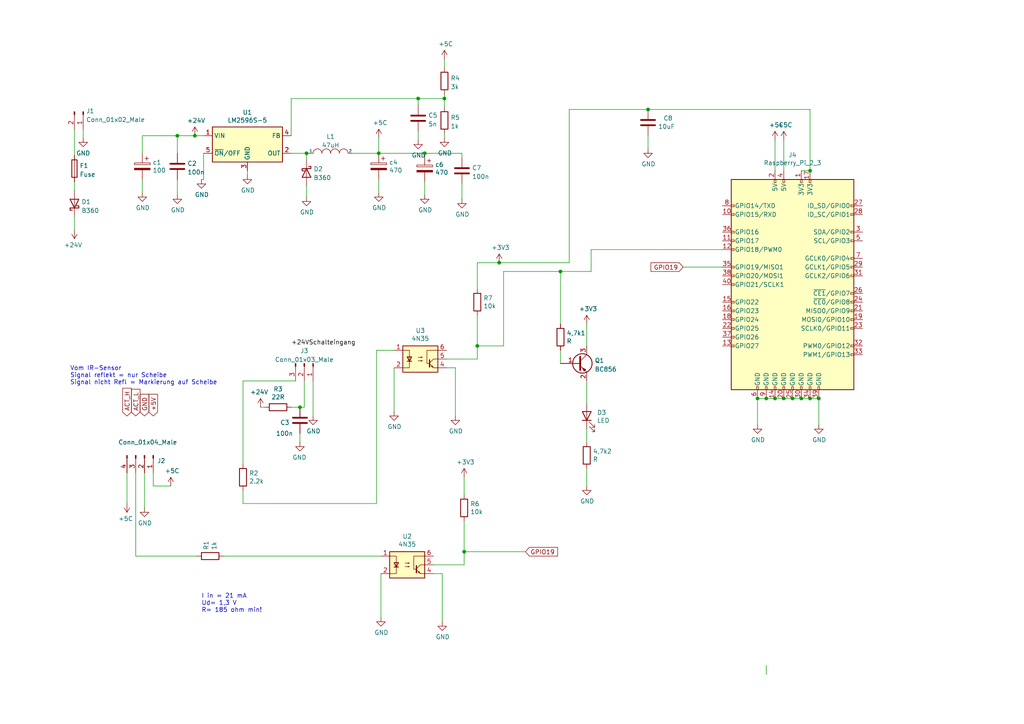
<source format=kicad_sch>
(kicad_sch (version 20231120) (generator "eeschema") (generator_version "8.0")
  (paper "A4")
  (title_block (title "Eingangsstufe S0 Impuls Zähler Raspberry") (date "2022-12-14") (rev "004") (comment 1 "Version für Boardaufbau") (comment 2 "Pin18 für PV-Anlage 24V open collector") (comment 3 "Pin19 für Stromzähler 5V") (comment 4 "V4 Überarbeitet nach Platinenbestückung"))
  (lib_symbols
    (symbol "Connector:Conn_01x02_Male" (pin_names (offset 1.016) hide)
      (property "Reference" "J" (at 0 2.54 0))
      (property "Value" "Conn_01x02_Male" (at 0 -5.08 0))
      (symbol "Conn_01x02_Male_1_1"
        (polyline (pts (xy 1.27 -2.54) (xy 0.8636 -2.54)) (stroke (width 0.1524)))
        (polyline (pts (xy 1.27 0) (xy 0.8636 0)) (stroke (width 0.1524)))
        (rectangle (start 0.8636 -2.413) (end 0 -2.667) (stroke (width 0.1524)) (fill (type outline)))
        (rectangle (start 0.8636 0.127) (end 0 -0.127) (stroke (width 0.1524)) (fill (type outline)))
        (pin passive line (at 5.08 0 180) (length 3.81) (name "Pin_1") (number "1"))
        (pin passive line (at 5.08 -2.54 180) (length 3.81) (name "Pin_2") (number "2"))
      )
    )
    (symbol "Connector:Conn_01x03_Male" (pin_names (offset 1.016) hide)
      (property "Reference" "J" (at 0 5.08 0))
      (property "Value" "Conn_01x03_Male" (at 0 -5.08 0))
      (symbol "Conn_01x03_Male_1_1"
        (polyline (pts (xy 1.27 -2.54) (xy 0.8636 -2.54)) (stroke (width 0.1524)))
        (polyline (pts (xy 1.27 0) (xy 0.8636 0)) (stroke (width 0.1524)))
        (polyline (pts (xy 1.27 2.54) (xy 0.8636 2.54)) (stroke (width 0.1524)))
        (rectangle (start 0.8636 -2.413) (end 0 -2.667) (stroke (width 0.1524)) (fill (type outline)))
        (rectangle (start 0.8636 0.127) (end 0 -0.127) (stroke (width 0.1524)) (fill (type outline)))
        (rectangle (start 0.8636 2.667) (end 0 2.413) (stroke (width 0.1524)) (fill (type outline)))
        (pin passive line (at 5.08 2.54 180) (length 3.81) (name "Pin_1") (number "1"))
        (pin passive line (at 5.08 0 180) (length 3.81) (name "Pin_2") (number "2"))
        (pin passive line (at 5.08 -2.54 180) (length 3.81) (name "Pin_3") (number "3"))
      )
    )
    (symbol "Connector:Conn_01x04_Male" (pin_names (offset 1.016) hide)
      (property "Reference" "J" (at 0 5.08 0))
      (property "Value" "Conn_01x04_Male" (at 0 -7.62 0))
      (symbol "Conn_01x04_Male_1_1"
        (polyline (pts (xy 1.27 -5.08) (xy 0.8636 -5.08)) (stroke (width 0.1524)))
        (polyline (pts (xy 1.27 -2.54) (xy 0.8636 -2.54)) (stroke (width 0.1524)))
        (polyline (pts (xy 1.27 0) (xy 0.8636 0)) (stroke (width 0.1524)))
        (polyline (pts (xy 1.27 2.54) (xy 0.8636 2.54)) (stroke (width 0.1524)))
        (rectangle (start 0.8636 -4.953) (end 0 -5.207) (stroke (width 0.1524)) (fill (type outline)))
        (rectangle (start 0.8636 -2.413) (end 0 -2.667) (stroke (width 0.1524)) (fill (type outline)))
        (rectangle (start 0.8636 0.127) (end 0 -0.127) (stroke (width 0.1524)) (fill (type outline)))
        (rectangle (start 0.8636 2.667) (end 0 2.413) (stroke (width 0.1524)) (fill (type outline)))
        (pin passive line (at 5.08 2.54 180) (length 3.81) (name "Pin_1") (number "1"))
        (pin passive line (at 5.08 0 180) (length 3.81) (name "Pin_2") (number "2"))
        (pin passive line (at 5.08 -2.54 180) (length 3.81) (name "Pin_3") (number "3"))
        (pin passive line (at 5.08 -5.08 180) (length 3.81) (name "Pin_4") (number "4"))
      )
    )
    (symbol "Connector:Raspberry_Pi_2_3" (pin_names (offset 1.016))
      (property "Reference" "J" (at -17.78 31.75 0))
      (property "Value" "Raspberry_Pi_2_3" (at 10.16 -31.75 0))
      (symbol "Raspberry_Pi_2_3_0_1"
        (rectangle (start -17.78 30.48) (end 17.78 -30.48) (stroke (width 0.254)) (fill (type background)))
      )
      (symbol "Raspberry_Pi_2_3_1_1"
        (rectangle (start -16.891 -17.526) (end -17.78 -18.034))
        (rectangle (start -16.891 -14.986) (end -17.78 -15.494))
        (rectangle (start -16.891 -12.446) (end -17.78 -12.954))
        (rectangle (start -16.891 -9.906) (end -17.78 -10.414))
        (rectangle (start -16.891 -7.366) (end -17.78 -7.874))
        (rectangle (start -16.891 -4.826) (end -17.78 -5.334))
        (rectangle (start -16.891 0.254) (end -17.78 -0.254))
        (rectangle (start -16.891 2.794) (end -17.78 2.286))
        (rectangle (start -16.891 5.334) (end -17.78 4.826))
        (rectangle (start -16.891 10.414) (end -17.78 9.906))
        (rectangle (start -16.891 12.954) (end -17.78 12.446))
        (rectangle (start -16.891 15.494) (end -17.78 14.986))
        (rectangle (start -16.891 20.574) (end -17.78 20.066))
        (rectangle (start -16.891 23.114) (end -17.78 22.606))
        (rectangle (start -10.414 -29.591) (end -9.906 -30.48))
        (rectangle (start -7.874 -29.591) (end -7.366 -30.48))
        (rectangle (start -5.334 -29.591) (end -4.826 -30.48))
        (rectangle (start -5.334 30.48) (end -4.826 29.591))
        (rectangle (start -2.794 -29.591) (end -2.286 -30.48))
        (rectangle (start -2.794 30.48) (end -2.286 29.591))
        (rectangle (start -0.254 -29.591) (end 0.254 -30.48))
        (rectangle (start 2.286 -29.591) (end 2.794 -30.48))
        (rectangle (start 2.286 30.48) (end 2.794 29.591))
        (rectangle (start 4.826 -29.591) (end 5.334 -30.48))
        (rectangle (start 4.826 30.48) (end 5.334 29.591))
        (rectangle (start 7.366 -29.591) (end 7.874 -30.48))
        (rectangle (start 17.78 -20.066) (end 16.891 -20.574))
        (rectangle (start 17.78 -17.526) (end 16.891 -18.034))
        (rectangle (start 17.78 -12.446) (end 16.891 -12.954))
        (rectangle (start 17.78 -9.906) (end 16.891 -10.414))
        (rectangle (start 17.78 -7.366) (end 16.891 -7.874))
        (rectangle (start 17.78 -4.826) (end 16.891 -5.334))
        (rectangle (start 17.78 -2.286) (end 16.891 -2.794))
        (rectangle (start 17.78 2.794) (end 16.891 2.286))
        (rectangle (start 17.78 5.334) (end 16.891 4.826))
        (rectangle (start 17.78 7.874) (end 16.891 7.366))
        (rectangle (start 17.78 12.954) (end 16.891 12.446))
        (rectangle (start 17.78 15.494) (end 16.891 14.986))
        (rectangle (start 17.78 20.574) (end 16.891 20.066))
        (rectangle (start 17.78 23.114) (end 16.891 22.606))
        (pin power_in line (at 2.54 33.02 270) (length 2.54) (name "3V3") (number "1"))
        (pin bidirectional line (at -20.32 20.32 0) (length 2.54) (name "GPIO15/RXD") (number "10"))
        (pin bidirectional line (at -20.32 12.7 0) (length 2.54) (name "GPIO17") (number "11"))
        (pin bidirectional line (at -20.32 10.16 0) (length 2.54) (name "GPIO18/PWM0") (number "12"))
        (pin bidirectional line (at -20.32 -17.78 0) (length 2.54) (name "GPIO27") (number "13"))
        (pin power_in line (at -5.08 -33.02 90) (length 2.54) (name "GND") (number "14"))
        (pin bidirectional line (at -20.32 -5.08 0) (length 2.54) (name "GPIO22") (number "15"))
        (pin bidirectional line (at -20.32 -7.62 0) (length 2.54) (name "GPIO23") (number "16"))
        (pin power_in line (at 5.08 33.02 270) (length 2.54) (name "3V3") (number "17"))
        (pin bidirectional line (at -20.32 -10.16 0) (length 2.54) (name "GPIO24") (number "18"))
        (pin bidirectional line (at 20.32 -10.16 180) (length 2.54) (name "MOSI0/GPIO10") (number "19"))
        (pin power_in line (at -5.08 33.02 270) (length 2.54) (name "5V") (number "2"))
        (pin power_in line (at -2.54 -33.02 90) (length 2.54) (name "GND") (number "20"))
        (pin bidirectional line (at 20.32 -7.62 180) (length 2.54) (name "MISO0/GPIO9") (number "21"))
        (pin bidirectional line (at -20.32 -12.7 0) (length 2.54) (name "GPIO25") (number "22"))
        (pin bidirectional line (at 20.32 -12.7 180) (length 2.54) (name "SCLK0/GPIO11") (number "23"))
        (pin bidirectional line (at 20.32 -5.08 180) (length 2.54) (name "~{CE0}/GPIO8") (number "24"))
        (pin power_in line (at 0 -33.02 90) (length 2.54) (name "GND") (number "25"))
        (pin bidirectional line (at 20.32 -2.54 180) (length 2.54) (name "~{CE1}/GPIO7") (number "26"))
        (pin bidirectional line (at 20.32 22.86 180) (length 2.54) (name "ID_SD/GPIO0") (number "27"))
        (pin bidirectional line (at 20.32 20.32 180) (length 2.54) (name "ID_SC/GPIO1") (number "28"))
        (pin bidirectional line (at 20.32 5.08 180) (length 2.54) (name "GCLK1/GPIO5") (number "29"))
        (pin bidirectional line (at 20.32 15.24 180) (length 2.54) (name "SDA/GPIO2") (number "3"))
        (pin power_in line (at 2.54 -33.02 90) (length 2.54) (name "GND") (number "30"))
        (pin bidirectional line (at 20.32 2.54 180) (length 2.54) (name "GCLK2/GPIO6") (number "31"))
        (pin bidirectional line (at 20.32 -17.78 180) (length 2.54) (name "PWM0/GPIO12") (number "32"))
        (pin bidirectional line (at 20.32 -20.32 180) (length 2.54) (name "PWM1/GPIO13") (number "33"))
        (pin power_in line (at 5.08 -33.02 90) (length 2.54) (name "GND") (number "34"))
        (pin bidirectional line (at -20.32 5.08 0) (length 2.54) (name "GPIO19/MISO1") (number "35"))
        (pin bidirectional line (at -20.32 15.24 0) (length 2.54) (name "GPIO16") (number "36"))
        (pin bidirectional line (at -20.32 -15.24 0) (length 2.54) (name "GPIO26") (number "37"))
        (pin bidirectional line (at -20.32 2.54 0) (length 2.54) (name "GPIO20/MOSI1") (number "38"))
        (pin power_in line (at 7.62 -33.02 90) (length 2.54) (name "GND") (number "39"))
        (pin power_in line (at -2.54 33.02 270) (length 2.54) (name "5V") (number "4"))
        (pin bidirectional line (at -20.32 0 0) (length 2.54) (name "GPIO21/SCLK1") (number "40"))
        (pin bidirectional line (at 20.32 12.7 180) (length 2.54) (name "SCL/GPIO3") (number "5"))
        (pin power_in line (at -10.16 -33.02 90) (length 2.54) (name "GND") (number "6"))
        (pin bidirectional line (at 20.32 7.62 180) (length 2.54) (name "GCLK0/GPIO4") (number "7"))
        (pin bidirectional line (at -20.32 22.86 0) (length 2.54) (name "GPIO14/TXD") (number "8"))
        (pin power_in line (at -7.62 -33.02 90) (length 2.54) (name "GND") (number "9"))
      )
    )
    (symbol "Device:C" (pin_numbers hide) (pin_names (offset 0.254))
      (property "Reference" "C" (at 0.635 2.54 0))
      (property "Value" "C" (at 0.635 -2.54 0))
      (symbol "C_0_1"
        (polyline (pts (xy -2.032 -0.762) (xy 2.032 -0.762)) (stroke (width 0.508)))
        (polyline (pts (xy -2.032 0.762) (xy 2.032 0.762)) (stroke (width 0.508)))
      )
      (symbol "C_1_1"
        (pin passive line (at 0 3.81 270) (length 2.794) (name "~") (number "1"))
        (pin passive line (at 0 -3.81 90) (length 2.794) (name "~") (number "2"))
      )
    )
    (symbol "Device:Fuse" (pin_numbers hide) (pin_names (offset 0))
      (property "Reference" "F" (at 2.032 0 90))
      (property "Value" "Fuse" (at -1.905 0 90))
      (symbol "Fuse_0_1"
        (rectangle (start -0.762 -2.54) (end 0.762 2.54) (stroke (width 0.254)))
        (polyline (pts (xy 0 2.54) (xy 0 -2.54)))
      )
      (symbol "Fuse_1_1"
        (pin passive line (at 0 3.81 270) (length 1.27) (name "~") (number "1"))
        (pin passive line (at 0 -3.81 90) (length 1.27) (name "~") (number "2"))
      )
    )
    (symbol "Device:LED" (pin_numbers hide) (pin_names (offset 1.016) hide)
      (property "Reference" "D" (at 0 2.54 0))
      (property "Value" "LED" (at 0 -2.54 0))
      (symbol "LED_0_1"
        (polyline (pts (xy -1.27 -1.27) (xy -1.27 1.27)) (stroke (width 0.254)))
        (polyline (pts (xy -1.27 0) (xy 1.27 0)))
        (polyline (pts (xy 1.27 -1.27) (xy 1.27 1.27) (xy -1.27 0) (xy 1.27 -1.27)) (stroke (width 0.254)))
        (polyline (pts (xy -3.048 -0.762) (xy -4.572 -2.286) (xy -3.81 -2.286) (xy -4.572 -2.286) (xy -4.572 -1.524)))
        (polyline (pts (xy -1.778 -0.762) (xy -3.302 -2.286) (xy -2.54 -2.286) (xy -3.302 -2.286) (xy -3.302 -1.524)))
      )
      (symbol "LED_1_1"
        (pin passive line (at -3.81 0 0) (length 2.54) (name "K") (number "1"))
        (pin passive line (at 3.81 0 180) (length 2.54) (name "A") (number "2"))
      )
    )
    (symbol "Device:R" (pin_numbers hide) (pin_names (offset 0))
      (property "Reference" "R" (at 2.032 0 90))
      (property "Value" "R" (at 0 0 90))
      (symbol "R_0_1"
        (rectangle (start -1.016 -2.54) (end 1.016 2.54) (stroke (width 0.254)))
      )
      (symbol "R_1_1"
        (pin passive line (at 0 3.81 270) (length 1.27) (name "~") (number "1"))
        (pin passive line (at 0 -3.81 90) (length 1.27) (name "~") (number "2"))
      )
    )
    (symbol "Diode:B360" (pin_numbers hide) (pin_names (offset 1.016) hide)
      (property "Reference" "D" (at 0 2.54 0))
      (property "Value" "B360" (at 0 -2.54 0))
      (symbol "B360_0_1"
        (polyline (pts (xy 1.27 0) (xy -1.27 0)))
        (polyline (pts (xy 1.27 1.27) (xy 1.27 -1.27) (xy -1.27 0) (xy 1.27 1.27)) (stroke (width 0.254)))
        (polyline (pts (xy -1.905 0.635) (xy -1.905 1.27) (xy -1.27 1.27) (xy -1.27 -1.27) (xy -0.635 -1.27) (xy -0.635 -0.635)) (stroke (width 0.254)))
      )
      (symbol "B360_1_1"
        (pin passive line (at -3.81 0 0) (length 2.54) (name "K") (number "1"))
        (pin passive line (at 3.81 0 180) (length 2.54) (name "A") (number "2"))
      )
    )
    (symbol "Isolator:4N35" (pin_names (offset 1.016))
      (property "Reference" "U" (at -5.08 5.08 0))
      (property "Value" "4N35" (at 0 5.08 0))
      (symbol "4N35_0_1"
        (rectangle (start -5.08 3.81) (end 5.08 -3.81) (stroke (width 0.254)) (fill (type background)))
        (polyline (pts (xy -3.81 -0.635) (xy -2.54 -0.635)) (stroke (width 0.254)))
        (polyline (pts (xy 2.667 -1.397) (xy 3.81 -2.54)))
        (polyline (pts (xy 2.667 -1.143) (xy 3.81 0)))
        (polyline (pts (xy 3.81 -2.54) (xy 5.08 -2.54)))
        (polyline (pts (xy 3.81 0) (xy 5.08 0)))
        (polyline (pts (xy 2.667 -0.254) (xy 2.667 -2.286) (xy 2.667 -2.286)) (stroke (width 0.3556)))
        (polyline (pts (xy -5.08 -2.54) (xy -3.175 -2.54) (xy -3.175 2.54) (xy -5.08 2.54)))
        (polyline (pts (xy -3.175 -0.635) (xy -3.81 0.635) (xy -2.54 0.635) (xy -3.175 -0.635)) (stroke (width 0.254)))
        (polyline (pts (xy 3.683 -2.413) (xy 3.429 -1.905) (xy 3.175 -2.159) (xy 3.683 -2.413)))
        (polyline (pts (xy 5.08 2.54) (xy 1.905 2.54) (xy 1.905 -1.27) (xy 2.54 -1.27)))
        (polyline (pts (xy -0.635 -0.508) (xy 0.635 -0.508) (xy 0.254 -0.635) (xy 0.254 -0.381) (xy 0.635 -0.508)))
        (polyline (pts (xy -0.635 0.508) (xy 0.635 0.508) (xy 0.254 0.381) (xy 0.254 0.635) (xy 0.635 0.508)))
      )
      (symbol "4N35_1_1"
        (pin passive line (at -7.62 2.54 0) (length 2.54) (name "~") (number "1"))
        (pin passive line (at -7.62 -2.54 0) (length 2.54) (name "~") (number "2"))
        (pin no_connect line (at -5.08 0 0) (length 2.54) hide (name "NC") (number "3"))
        (pin passive line (at 7.62 -2.54 180) (length 2.54) (name "~") (number "4"))
        (pin passive line (at 7.62 0 180) (length 2.54) (name "~") (number "5"))
        (pin passive line (at 7.62 2.54 180) (length 2.54) (name "~") (number "6"))
      )
    )
    (symbol "Regulator_Switching:LM2596S-5"
      (property "Reference" "U" (at -10.16 6.35 0))
      (property "Value" "LM2596S-5" (at 0 6.35 0))
      (symbol "LM2596S-5_0_1"
        (rectangle (start -10.16 5.08) (end 10.16 -5.08) (stroke (width 0.254)) (fill (type background)))
      )
      (symbol "LM2596S-5_1_1"
        (pin power_in line (at -12.7 2.54 0) (length 2.54) (name "VIN") (number "1"))
        (pin output line (at 12.7 -2.54 180) (length 2.54) (name "OUT") (number "2"))
        (pin power_in line (at 0 -7.62 90) (length 2.54) (name "GND") (number "3"))
        (pin input line (at 12.7 2.54 180) (length 2.54) (name "FB") (number "4"))
        (pin input line (at -12.7 -2.54 0) (length 2.54) (name "~{ON}/OFF") (number "5"))
      )
    )
    (symbol "Transistor_BJT:BC856" (pin_names (offset 0) hide)
      (property "Reference" "Q" (at 5.08 1.905 0))
      (property "Value" "BC856" (at 5.08 0 0))
      (symbol "BC856_0_1"
        (polyline (pts (xy 0.635 0.635) (xy 2.54 2.54)))
        (polyline (pts (xy 0.635 -0.635) (xy 2.54 -2.54) (xy 2.54 -2.54)))
        (polyline (pts (xy 0.635 1.905) (xy 0.635 -1.905) (xy 0.635 -1.905)) (stroke (width 0.508)))
        (polyline (pts (xy 2.286 -1.778) (xy 1.778 -2.286) (xy 1.27 -1.27) (xy 2.286 -1.778) (xy 2.286 -1.778)) (fill (type outline)))
        (circle (center 1.27 0) (radius 2.8194) (stroke (width 0.254)))
      )
      (symbol "BC856_1_1"
        (pin input line (at -5.08 0 0) (length 5.715) (name "B") (number "1"))
        (pin passive line (at 2.54 -5.08 90) (length 2.54) (name "E") (number "2"))
        (pin passive line (at 2.54 5.08 270) (length 2.54) (name "C") (number "3"))
      )
    )
    (symbol "Volksz2-rescue:+3.3V-power" (power) (pin_names (offset 0))
      (property "Value" "+3.3V-power" (at 0 3.556 0))
      (symbol "+3.3V-power_0_1"
        (polyline (pts (xy -0.762 1.27) (xy 0 2.54)))
        (polyline (pts (xy 0 0) (xy 0 2.54)))
        (polyline (pts (xy 0 2.54) (xy 0.762 1.27)))
      )
      (symbol "+3.3V-power_1_1"
        (pin power_in line (at 0 0 90) (length 0) hide (name "+3V3") (number "1"))
      )
    )
    (symbol "Volksz2-rescue:CP-Device" (pin_numbers hide) (pin_names (offset 0.254))
      (property "Reference" "C" (at 0.635 2.54 0))
      (property "Value" "CP-Device" (at 0.635 -2.54 0))
      (symbol "CP-Device_0_1"
        (rectangle (start -2.286 0.508) (end 2.286 1.016))
        (polyline (pts (xy -1.778 2.286) (xy -0.762 2.286)))
        (polyline (pts (xy -1.27 2.794) (xy -1.27 1.778)))
        (rectangle (start 2.286 -0.508) (end -2.286 -1.016) (fill (type outline)))
      )
      (symbol "CP-Device_1_1"
        (pin passive line (at 0 3.81 270) (length 2.794) (name "~") (number "1"))
        (pin passive line (at 0 -3.81 90) (length 2.794) (name "~") (number "2"))
      )
    )
    (symbol "power:+24V" (power) (pin_names (offset 0))
      (property "Value" "+24V" (at 0 3.556 0))
      (symbol "+24V_0_1"
        (polyline (pts (xy -0.762 1.27) (xy 0 2.54)))
        (polyline (pts (xy 0 0) (xy 0 2.54)))
        (polyline (pts (xy 0 2.54) (xy 0.762 1.27)))
      )
      (symbol "+24V_1_1"
        (pin power_in line (at 0 0 90) (length 0) hide (name "+24V") (number "1"))
      )
    )
    (symbol "power:+5C" (power) (pin_names (offset 0))
      (property "Value" "+5C" (at 0 3.556 0))
      (symbol "+5C_0_1"
        (polyline (pts (xy -0.762 1.27) (xy 0 2.54)))
        (polyline (pts (xy 0 0) (xy 0 2.54)))
        (polyline (pts (xy 0 2.54) (xy 0.762 1.27)))
      )
      (symbol "+5C_1_1"
        (pin power_in line (at 0 0 90) (length 0) hide (name "+5C") (number "1"))
      )
    )
    (symbol "power:GND" (power) (pin_names (offset 0))
      (property "Value" "GND" (at 0 -3.81 0))
      (symbol "GND_0_1"
        (polyline (pts (xy 0 0) (xy 0 -1.27) (xy 1.27 -1.27) (xy 0 -2.54) (xy -1.27 -1.27) (xy 0 -1.27)))
      )
      (symbol "GND_1_1"
        (pin power_in line (at 0 0 270) (length 0) hide (name "GND") (number "1"))
      )
    )
    (symbol "pspice:INDUCTOR" (pin_numbers hide) (pin_names (offset 0))
      (property "Reference" "L" (at 0 2.54 0))
      (property "Value" "INDUCTOR" (at 0 -1.27 0))
      (symbol "INDUCTOR_0_1"
        (arc (start -2.54 0) (mid -3.81 1.2645) (end -5.08 0))
        (arc (start 0 0) (mid -1.27 1.2645) (end -2.54 0))
        (arc (start 2.54 0) (mid 1.27 1.2645) (end 0 0))
        (arc (start 5.08 0) (mid 3.81 1.2645) (end 2.54 0))
      )
      (symbol "INDUCTOR_1_1"
        (pin input line (at -6.35 0 0) (length 1.27) (name "1") (number "1"))
        (pin input line (at 6.35 0 180) (length 1.27) (name "2") (number "2"))
      )
    )
  )
  (junction (at 234.95 49.53))
  (junction (at 123.19 44.45))
  (junction (at 86.995 118.11))
  (junction (at 234.95 115.57))
  (junction (at 134.62 160.02))
  (junction (at 229.87 115.57))
  (junction (at 109.855 44.45))
  (junction (at 88.9 44.45))
  (junction (at 187.96 31.75))
  (junction (at 227.33 115.57))
  (junction (at 232.41 115.57))
  (junction (at 138.43 100.33))
  (junction (at 121.285 28.575))
  (junction (at 224.79 115.57))
  (junction (at 128.905 28.575))
  (junction (at 162.56 78.74))
  (junction (at 219.71 115.57))
  (junction (at 51.435 39.37))
  (junction (at 144.78 76.2))
  (junction (at 56.515 39.37))
  (junction (at 222.25 115.57))
  (junction (at 237.49 115.57))
  (wire (pts (xy 128.905 27.305) (xy 128.905 28.575)))
  (wire (pts (xy 209.55 77.47) (xy 198.12 77.47)))
  (wire (pts (xy 125.73 163.83) (xy 134.62 163.83)))
  (wire (pts (xy 224.79 40.64) (xy 224.79 49.53)))
  (wire (pts (xy 128.905 38.735) (xy 128.905 40.005)))
  (wire (pts (xy 51.435 39.37) (xy 56.515 39.37)))
  (wire (pts (xy 121.285 28.575) (xy 84.455 28.575)))
  (wire (pts (xy 102.235 44.45) (xy 109.855 44.45)))
  (wire (pts (xy 162.56 93.98) (xy 162.56 78.74)))
  (wire (pts (xy 110.49 166.37) (xy 110.49 179.07)))
  (wire (pts (xy 109.855 44.45) (xy 123.19 44.45)))
  (wire (pts (xy 170.18 140.97) (xy 170.18 135.89)))
  (wire (pts (xy 41.275 44.45) (xy 41.275 39.37)))
  (wire (pts (xy 133.985 44.45) (xy 133.985 45.72)))
  (wire (pts (xy 128.905 17.145) (xy 128.905 19.685)))
  (wire (pts (xy 134.62 160.02) (xy 152.4 160.02)))
  (wire (pts (xy 187.96 43.18) (xy 187.96 39.37)))
  (wire (pts (xy 170.18 124.46) (xy 170.18 128.27)))
  (wire (pts (xy 227.33 115.57) (xy 229.87 115.57)))
  (wire (pts (xy 88.9 44.45) (xy 89.535 44.45)))
  (wire (pts (xy 134.62 151.13) (xy 134.62 160.02)))
  (wire (pts (xy 64.77 161.29) (xy 110.49 161.29)))
  (wire (pts (xy 88.9 53.975) (xy 88.9 57.15)))
  (wire (pts (xy 70.485 146.05) (xy 109.22 146.05)))
  (wire (pts (xy 58.42 52.07) (xy 59.055 52.07)))
  (wire (pts (xy 109.855 55.88) (xy 109.855 52.07)))
  (wire (pts (xy 88.9 44.45) (xy 88.9 46.355)))
  (wire (pts (xy 144.78 76.2) (xy 165.1 76.2)))
  (wire (pts (xy 86.995 118.11) (xy 88.265 118.11)))
  (wire (pts (xy 138.43 91.44) (xy 138.43 100.33)))
  (wire (pts (xy 162.56 78.74) (xy 171.45 78.74)))
  (wire (pts (xy 138.43 100.33) (xy 138.43 104.14)))
  (wire (pts (xy 86.995 128.27) (xy 86.995 125.73)))
  (wire (pts (xy 21.59 52.705) (xy 21.59 55.245)))
  (wire (pts (xy 90.805 110.49) (xy 90.805 120.65)))
  (wire (pts (xy 224.79 115.57) (xy 227.33 115.57)))
  (wire (pts (xy 84.455 118.11) (xy 86.995 118.11)))
  (wire (pts (xy 109.855 40.005) (xy 109.855 44.45)))
  (wire (pts (xy 165.1 31.75) (xy 187.96 31.75)))
  (wire (pts (xy 71.755 50.8) (xy 71.755 49.53)))
  (wire (pts (xy 170.18 93.98) (xy 170.18 100.33)))
  (wire (pts (xy 237.49 123.19) (xy 237.49 115.57)))
  (wire (pts (xy 129.54 104.14) (xy 138.43 104.14)))
  (wire (pts (xy 138.43 76.2) (xy 138.43 83.82)))
  (wire (pts (xy 41.275 52.07) (xy 41.275 55.88)))
  (wire (pts (xy 44.45 140.97) (xy 44.45 137.16)))
  (wire (pts (xy 121.285 38.1) (xy 121.285 40.64)))
  (wire (pts (xy 134.62 160.02) (xy 134.62 163.83)))
  (wire (pts (xy 146.05 78.74) (xy 146.05 100.33)))
  (wire (pts (xy 59.055 39.37) (xy 56.515 39.37)))
  (wire (pts (xy 21.59 62.865) (xy 21.59 66.675)))
  (wire (pts (xy 41.91 137.16) (xy 41.91 147.32)))
  (wire (pts (xy 51.435 44.45) (xy 51.435 39.37)))
  (wire (pts (xy 187.96 31.75) (xy 234.95 31.75)))
  (wire (pts (xy 49.53 140.97) (xy 44.45 140.97)))
  (wire (pts (xy 88.265 110.49) (xy 88.265 118.11)))
  (wire (pts (xy 232.41 49.53) (xy 234.95 49.53)))
  (wire (pts (xy 171.45 78.74) (xy 171.45 72.39)))
  (wire (pts (xy 84.455 44.45) (xy 88.9 44.45)))
  (wire (pts (xy 132.08 106.68) (xy 132.08 120.65)))
  (wire (pts (xy 227.33 40.64) (xy 227.33 49.53)))
  (wire (pts (xy 146.05 78.74) (xy 162.56 78.74)))
  (wire (pts (xy 85.725 110.49) (xy 70.485 110.49)))
  (wire (pts (xy 123.19 56.515) (xy 123.19 52.705)))
  (wire (pts (xy 171.45 72.39) (xy 209.55 72.39)))
  (wire (pts (xy 222.25 195.58) (xy 222.25 193.04)))
  (wire (pts (xy 39.37 137.16) (xy 39.37 161.29)))
  (wire (pts (xy 234.95 115.57) (xy 237.49 115.57)))
  (wire (pts (xy 138.43 76.2) (xy 144.78 76.2)))
  (wire (pts (xy 232.41 115.57) (xy 234.95 115.57)))
  (wire (pts (xy 165.1 76.2) (xy 165.1 31.75)))
  (wire (pts (xy 114.3 106.68) (xy 114.3 119.38)))
  (wire (pts (xy 229.87 115.57) (xy 232.41 115.57)))
  (wire (pts (xy 162.56 101.6) (xy 162.56 105.41)))
  (wire (pts (xy 170.18 110.49) (xy 170.18 116.84)))
  (wire (pts (xy 128.905 28.575) (xy 128.905 31.115)))
  (wire (pts (xy 39.37 161.29) (xy 57.15 161.29)))
  (wire (pts (xy 109.22 146.05) (xy 109.22 101.6)))
  (wire (pts (xy 146.05 100.33) (xy 138.43 100.33)))
  (wire (pts (xy 123.19 44.45) (xy 123.19 45.085)))
  (wire (pts (xy 129.54 106.68) (xy 132.08 106.68)))
  (wire (pts (xy 133.985 53.34) (xy 133.985 57.785)))
  (wire (pts (xy 70.485 110.49) (xy 70.485 134.62)))
  (wire (pts (xy 36.83 146.05) (xy 36.83 137.16)))
  (wire (pts (xy 128.27 166.37) (xy 128.27 180.34)))
  (wire (pts (xy 51.435 52.07) (xy 51.435 56.515)))
  (wire (pts (xy 70.485 142.24) (xy 70.485 146.05)))
  (wire (pts (xy 84.455 28.575) (xy 84.455 39.37)))
  (wire (pts (xy 125.73 166.37) (xy 128.27 166.37)))
  (wire (pts (xy 121.285 28.575) (xy 121.285 30.48)))
  (wire (pts (xy 109.22 101.6) (xy 114.3 101.6)))
  (wire (pts (xy 59.055 44.45) (xy 59.055 52.07)))
  (wire (pts (xy 128.905 28.575) (xy 121.285 28.575)))
  (wire (pts (xy 24.13 37.465) (xy 24.13 40.005)))
  (wire (pts (xy 123.19 44.45) (xy 133.985 44.45)))
  (wire (pts (xy 21.59 37.465) (xy 21.59 45.085)))
  (wire (pts (xy 41.275 39.37) (xy 51.435 39.37)))
  (wire (pts (xy 219.71 115.57) (xy 222.25 115.57)))
  (wire (pts (xy 234.95 31.75) (xy 234.95 49.53)))
  (wire (pts (xy 134.62 138.43) (xy 134.62 143.51)))
  (wire (pts (xy 222.25 115.57) (xy 224.79 115.57)))
  (wire (pts (xy 76.835 118.11) (xy 75.565 118.11)))
  (wire (pts (xy 219.71 123.19) (xy 219.71 115.57)))
  (text "Vom IR-Sensor\nSignal reflekt = nur Scheibe\nSignal nicht Refl = Markierung auf Scheibe" (at 20.32 111.76 0) (effects (font (size 1.27 1.27)) (justify left bottom)))
  (text "I in = 21 mA\nUd= 1,3 V\nR= 185 ohm min!" (at 58.42 177.8 0) (effects (font (size 1.27 1.27)) (justify left bottom)))
  (label "+24VSchalteingang" (at 84.455 100.33 0))
  (global_label "GND" (shape input) (at 41.91 120.65 90) (property "Intersheetrefs" "${INTERSHEET_REFS}" (effects (hide yes))) (property "Referenzen zwischen Schaltplänen" "${INTERSHEET_REFS}" (effects (hide yes))))
  (global_label "ACT_L" (shape input) (at 39.37 120.65 90) (property "Intersheetrefs" "${INTERSHEET_REFS}" (effects (hide yes))) (property "Referenzen zwischen Schaltplänen" "${INTERSHEET_REFS}" (effects (hide yes))))
  (global_label "GPIO19" (shape input) (at 152.4 160.02 0) (property "Intersheetrefs" "${INTERSHEET_REFS}" (effects (hide yes))) (property "Referenzen zwischen Schaltplänen" "${INTERSHEET_REFS}" (effects (hide yes))))
  (global_label "ACT_H" (shape input) (at 36.83 120.65 90) (property "Intersheetrefs" "${INTERSHEET_REFS}" (effects (hide yes))) (property "Referenzen zwischen Schaltplänen" "${INTERSHEET_REFS}" (effects (hide yes))))
  (global_label "+5V" (shape input) (at 44.45 120.65 90) (property "Intersheetrefs" "${INTERSHEET_REFS}" (effects (hide yes))) (property "Referenzen zwischen Schaltplänen" "${INTERSHEET_REFS}" (effects (hide yes))))
  (global_label "GPIO19" (shape input) (at 198.12 77.47 180) (property "Intersheetrefs" "${INTERSHEET_REFS}" (effects (hide yes))) (property "Referenzen zwischen Schaltplänen" "${INTERSHEET_REFS}" (effects (hide yes))))
  (symbol (lib_id "Isolator:4N35") (at 121.92 104.14 0) (unit 1)
    (property "Reference" "U3" (at 121.92 95.885 0))
    (property "Value" "4N35" (at 121.92 98.1964 0))
    (property "Footprint" "Package_DIP:DIP-6_W7.62mm" (effects (hide yes)))
    (property "Datasheet" "https://www.vishay.com/docs/81181/4n35.pdf" (effects (hide yes)))
  )
  (symbol (lib_id "power:GND") (at 114.3 119.38 0) (unit 1)
    (property "Reference" "#PWR018" (effects (hide yes)))
    (property "Value" "GND" (at 114.427 123.7742 0))
  )
  (symbol (lib_id "power:GND") (at 132.08 120.65 0) (unit 1)
    (property "Reference" "#PWR024" (effects (hide yes)))
    (property "Value" "GND" (at 132.207 125.0442 0))
  )
  (symbol (lib_id "Device:R") (at 70.485 138.43 0) (unit 1)
    (property "Reference" "R2" (at 72.263 137.2616 0) (effects (justify left)))
    (property "Value" "2.2k" (at 72.263 139.573 0) (effects (justify left)))
    (property "Footprint" "Resistor_SMD:R_0805_2012Metric_Pad1.20x1.40mm_HandSolder" (effects (hide yes)))
  )
  (symbol (lib_id "Device:R") (at 138.43 87.63 0) (unit 1)
    (property "Reference" "R7" (at 140.208 86.4616 0) (effects (justify left)))
    (property "Value" "10k" (at 140.208 88.773 0) (effects (justify left)))
    (property "Footprint" "Resistor_SMD:R_0805_2012Metric_Pad1.20x1.40mm_HandSolder" (effects (hide yes)))
  )
  (symbol (lib_id "Volksz2-rescue:+3.3V-power") (at 144.78 76.2 0) (unit 1)
    (property "Reference" "#PWR027" (effects (hide yes)))
    (property "Value" "+3V3" (at 145.161 71.8058 0))
  )
  (symbol (lib_id "power:GND") (at 90.805 120.65 0) (unit 1)
    (property "Reference" "#PWR014" (effects (hide yes)))
    (property "Value" "GND" (at 90.932 125.0442 0))
  )
  (symbol (lib_id "power:+24V") (at 75.565 118.11 0) (mirror y) (unit 1)
    (property "Reference" "#PWR011" (effects (hide yes)))
    (property "Value" "+24V" (at 75.184 113.7158 0))
  )
  (symbol (lib_id "Connector:Raspberry_Pi_2_3") (at 229.87 82.55 0) (unit 1)
    (property "Reference" "J4" (at 229.87 44.9326 0))
    (property "Value" "Raspberry_Pi_2_3" (at 229.87 47.244 0))
    (property "Footprint" "Connector_PinSocket_2.54mm:PinSocket_2x20_P2.54mm_Vertical" (effects (hide yes)))
    (property "Datasheet" "https://www.raspberrypi.org/documentation/hardware/raspberrypi/schematics/rpi_SCH_3bplus_1p0_reduced.pdf" (effects (hide yes)))
  )
  (symbol (lib_id "power:GND") (at 219.71 123.19 0) (unit 1)
    (property "Reference" "#PWR031" (effects (hide yes)))
    (property "Value" "GND" (at 219.837 127.5842 0))
  )
  (symbol (lib_id "power:GND") (at 237.49 123.19 0) (unit 1)
    (property "Reference" "#PWR034" (effects (hide yes)))
    (property "Value" "GND" (at 237.617 127.5842 0))
  )
  (symbol (lib_id "Device:R") (at 80.645 118.11 90) (mirror x) (unit 1)
    (property "Reference" "R3" (at 80.645 112.8522 90))
    (property "Value" "22R" (at 80.645 115.1636 90))
    (property "Footprint" "Resistor_SMD:R_1206_3216Metric_Pad1.30x1.75mm_HandSolder" (effects (hide yes)))
  )
  (symbol (lib_id "power:GND") (at 86.995 128.27 0) (mirror y) (unit 1)
    (property "Reference" "#PWR012" (effects (hide yes)))
    (property "Value" "GND" (at 86.868 132.6642 0))
  )
  (symbol (lib_id "power:+24V") (at 56.515 39.37 0) (unit 1)
    (property "Reference" "#PWR08" (effects (hide yes)))
    (property "Value" "+24V" (at 56.896 34.9758 0))
  )
  (symbol (lib_id "power:GND") (at 71.755 50.8 0) (unit 1)
    (property "Reference" "#PWR010" (effects (hide yes)))
    (property "Value" "GND" (at 71.882 55.1942 0))
  )
  (symbol (lib_id "power:GND") (at 109.855 55.88 0) (unit 1)
    (property "Reference" "#PWR016" (effects (hide yes)))
    (property "Value" "GND" (at 109.982 60.2742 0))
  )
  (symbol (lib_id "power:+5C") (at 109.855 40.005 0) (unit 1)
    (property "Reference" "#PWR015" (effects (hide yes)))
    (property "Value" "+5C" (at 110.236 35.6108 0))
  )
  (symbol (lib_id "Regulator_Switching:LM2596S-5") (at 71.755 41.91 0) (unit 1)
    (property "Reference" "U1" (at 71.755 32.5882 0))
    (property "Value" "LM2596S-5" (at 71.755 34.8996 0))
    (property "Footprint" "Package_TO_SOT_SMD:TO-263-5_TabPin3" (effects (hide yes)))
    (property "Datasheet" "http://www.ti.com/lit/ds/symlink/lm2596.pdf" (effects (hide yes)))
  )
  (symbol (lib_id "Device:LED") (at 170.18 120.65 90) (unit 1)
    (property "Reference" "D3" (at 173.1518 119.6594 90) (effects (justify right)))
    (property "Value" "LED" (at 173.1518 121.9708 90) (effects (justify right)))
    (property "Footprint" "Diode_SMD:D_0805_2012Metric_Pad1.15x1.40mm_HandSolder" (effects (hide yes)))
  )
  (symbol (lib_id "Device:R") (at 170.18 132.08 0) (unit 1)
    (property "Reference" "4,7k2" (at 171.958 130.9116 0) (effects (justify left)))
    (property "Value" "R" (at 171.958 133.223 0) (effects (justify left)))
    (property "Footprint" "Resistor_SMD:R_0805_2012Metric_Pad1.20x1.40mm_HandSolder" (effects (hide yes)))
  )
  (symbol (lib_id "Device:R") (at 162.56 97.79 180) (unit 1)
    (property "Reference" "4,7k1" (at 164.338 96.6216 0) (effects (justify right)))
    (property "Value" "R" (at 164.338 98.933 0) (effects (justify right)))
    (property "Footprint" "Resistor_SMD:R_0805_2012Metric_Pad1.20x1.40mm_HandSolder" (effects (hide yes)))
  )
  (symbol (lib_id "power:GND") (at 170.18 140.97 0) (unit 1)
    (property "Reference" "#PWR029" (effects (hide yes)))
    (property "Value" "GND" (at 170.307 145.3642 0))
  )
  (symbol (lib_id "Volksz2-rescue:+3.3V-power") (at 170.18 93.98 0) (unit 1)
    (property "Reference" "#PWR028" (effects (hide yes)))
    (property "Value" "+3V3" (at 170.561 89.5858 0))
  )
  (symbol (lib_id "power:GND") (at 187.96 43.18 0) (unit 1)
    (property "Reference" "#PWR030" (effects (hide yes)))
    (property "Value" "GND" (at 188.087 47.5742 0))
  )
  (symbol (lib_id "Device:C") (at 187.96 35.56 0) (unit 1)
    (property "Reference" "C8" (at 192.405 34.29 0) (effects (justify left)))
    (property "Value" "10uF" (at 190.881 36.703 0) (effects (justify left)))
    (property "Footprint" "Resistor_SMD:R_0805_2012Metric_Pad1.20x1.40mm_HandSolder" (effects (hide yes)))
  )
  (symbol (lib_id "power:+5C") (at 227.33 40.64 0) (unit 1)
    (property "Reference" "#PWR033" (effects (hide yes)))
    (property "Value" "+5C" (at 227.711 36.2458 0))
  )
  (symbol (lib_id "power:+5C") (at 224.79 40.64 0) (unit 1)
    (property "Reference" "#PWR032" (effects (hide yes)))
    (property "Value" "+5C" (at 225.171 36.2458 0))
  )
  (symbol (lib_id "Isolator:4N35") (at 118.11 163.83 0) (unit 1)
    (property "Reference" "U2" (at 118.11 155.575 0))
    (property "Value" "4N35" (at 118.11 157.8864 0))
    (property "Footprint" "Package_DIP:DIP-6_W7.62mm" (effects (hide yes)))
    (property "Datasheet" "https://www.vishay.com/docs/81181/4n35.pdf" (effects (hide yes)))
  )
  (symbol (lib_id "power:GND") (at 110.49 179.07 0) (unit 1)
    (property "Reference" "#PWR017" (effects (hide yes)))
    (property "Value" "GND" (at 110.617 183.4642 0))
  )
  (symbol (lib_id "power:GND") (at 128.27 180.34 0) (unit 1)
    (property "Reference" "#PWR021" (effects (hide yes)))
    (property "Value" "GND" (at 128.397 184.7342 0))
  )
  (symbol (lib_id "Volksz2-rescue:+3.3V-power") (at 134.62 138.43 0) (unit 1)
    (property "Reference" "#PWR026" (effects (hide yes)))
    (property "Value" "+3V3" (at 135.001 134.0358 0))
  )
  (symbol (lib_id "Device:R") (at 134.62 147.32 0) (unit 1)
    (property "Reference" "R6" (at 136.398 146.1516 0) (effects (justify left)))
    (property "Value" "10k" (at 136.398 148.463 0) (effects (justify left)))
    (property "Footprint" "Resistor_SMD:R_0805_2012Metric_Pad1.20x1.40mm_HandSolder" (effects (hide yes)))
  )
  (symbol (lib_id "Connector:Conn_01x04_Male") (at 41.91 132.08 270) (unit 1)
    (property "Reference" "J2" (at 45.5676 133.6548 90) (effects (justify left)))
    (property "Value" "Conn_01x04_Male" (at 34.29 128.27 90) (effects (justify left)))
    (property "Footprint" "Connector_PinHeader_2.54mm:PinHeader_1x04_P2.54mm_Vertical" (effects (hide yes)))
  )
  (symbol (lib_id "power:+5C") (at 36.83 146.05 180) (unit 1)
    (property "Reference" "#PWR03" (effects (hide yes)))
    (property "Value" "+5C" (at 36.449 150.4442 0))
  )
  (symbol (lib_id "power:+5C") (at 49.53 140.97 0) (unit 1)
    (property "Reference" "#PWR06" (effects (hide yes)))
    (property "Value" "+5C" (at 49.911 136.5758 0))
  )
  (symbol (lib_id "power:GND") (at 41.91 147.32 0) (unit 1)
    (property "Reference" "#PWR05" (effects (hide yes)))
    (property "Value" "GND" (at 42.037 151.7142 0))
  )
  (symbol (lib_id "Device:R") (at 60.96 161.29 90) (unit 1)
    (property "Reference" "R1" (at 59.7916 159.512 0) (effects (justify left)))
    (property "Value" "1k" (at 62.103 159.512 0) (effects (justify left)))
    (property "Footprint" "Resistor_SMD:R_0805_2012Metric_Pad1.20x1.40mm_HandSolder" (effects (hide yes)))
  )
  (symbol (lib_id "Device:C") (at 133.985 49.53 0) (unit 1)
    (property "Reference" "C7" (at 136.906 48.6953 0) (effects (justify left)))
    (property "Value" "100n" (at 136.906 51.2322 0) (effects (justify left)))
    (property "Footprint" "Capacitor_SMD:C_0805_2012Metric_Pad1.18x1.45mm_HandSolder" (effects (hide yes)))
  )
  (symbol (lib_id "power:GND") (at 123.19 56.515 0) (unit 1)
    (property "Reference" "#PWR020" (effects (hide yes)))
    (property "Value" "GND" (at 123.317 60.9092 0))
  )
  (symbol (lib_id "power:GND") (at 24.13 40.005 0) (unit 1)
    (property "Reference" "#PWR02" (effects (hide yes)))
    (property "Value" "GND" (at 24.13 44.4484 0))
  )
  (symbol (lib_id "power:GND") (at 121.285 40.64 0) (unit 1)
    (property "Reference" "#PWR019" (effects (hide yes)))
    (property "Value" "GND" (at 121.412 45.0342 0))
  )
  (symbol (lib_id "power:GND") (at 128.905 40.005 0) (unit 1)
    (property "Reference" "#PWR023" (effects (hide yes)))
    (property "Value" "GND" (at 129.032 44.3992 0))
  )
  (symbol (lib_id "Diode:B360") (at 88.9 50.165 270) (unit 1)
    (property "Reference" "D2" (at 90.932 49.0128 90) (effects (justify left)))
    (property "Value" "B360" (at 90.932 51.5497 90) (effects (justify left)))
    (property "Footprint" "Diode_SMD:D_SMC" (effects (hide yes)))
    (property "Datasheet" "http://www.jameco.com/Jameco/Products/ProdDS/1538777.pdf" (effects (hide yes)))
  )
  (symbol (lib_id "power:GND") (at 51.435 56.515 0) (unit 1)
    (property "Reference" "#PWR07" (effects (hide yes)))
    (property "Value" "GND" (at 51.562 60.9092 0))
  )
  (symbol (lib_id "power:GND") (at 41.275 55.88 0) (unit 1)
    (property "Reference" "#PWR04" (effects (hide yes)))
    (property "Value" "GND" (at 41.402 60.2742 0))
  )
  (symbol (lib_id "power:+5C") (at 128.905 17.145 0) (unit 1)
    (property "Reference" "#PWR022" (effects (hide yes)))
    (property "Value" "+5C" (at 129.286 12.7508 0))
  )
  (symbol (lib_id "Diode:B360") (at 21.59 59.055 90) (unit 1)
    (property "Reference" "D1" (at 23.622 58.5378 90) (effects (justify right)))
    (property "Value" "B360" (at 23.622 61.0747 90) (effects (justify right)))
    (property "Footprint" "Diode_SMD:D_SMC" (effects (hide yes)))
    (property "Datasheet" "http://www.jameco.com/Jameco/Products/ProdDS/1538777.pdf" (effects (hide yes)))
  )
  (symbol (lib_id "Device:R") (at 128.905 23.495 0) (unit 1)
    (property "Reference" "R4" (at 130.683 22.6603 0) (effects (justify left)))
    (property "Value" "3k" (at 130.683 25.1972 0) (effects (justify left)))
    (property "Footprint" "Resistor_SMD:R_0805_2012Metric_Pad1.20x1.40mm_HandSolder" (effects (hide yes)))
  )
  (symbol (lib_id "Connector:Conn_01x02_Male") (at 24.13 32.385 270) (unit 1)
    (property "Reference" "J1" (at 24.9682 32.1853 90) (effects (justify left)))
    (property "Value" "Conn_01x02_Male" (at 24.9682 34.7222 90) (effects (justify left)))
    (property "Footprint" "Connector_PinSocket_2.54mm:PinSocket_1x02_P2.54mm_Vertical" (effects (hide yes)))
  )
  (symbol (lib_id "Device:C") (at 121.285 34.29 0) (unit 1)
    (property "Reference" "C5" (at 124.206 33.4553 0) (effects (justify left)))
    (property "Value" "5n" (at 124.206 35.9922 0) (effects (justify left)))
    (property "Footprint" "Capacitor_SMD:C_0805_2012Metric_Pad1.18x1.45mm_HandSolder" (effects (hide yes)))
  )
  (symbol (lib_id "Device:C") (at 51.435 48.26 0) (unit 1)
    (property "Reference" "C2" (at 54.356 47.4253 0) (effects (justify left)))
    (property "Value" "100n" (at 54.356 49.9622 0) (effects (justify left)))
    (property "Footprint" "Capacitor_SMD:C_0805_2012Metric_Pad1.18x1.45mm_HandSolder" (effects (hide yes)))
  )
  (symbol (lib_id "power:GND") (at 133.985 57.785 0) (unit 1)
    (property "Reference" "#PWR025" (effects (hide yes)))
    (property "Value" "GND" (at 134.112 62.1792 0))
  )
  (symbol (lib_id "power:GND") (at 58.42 52.07 0) (unit 1)
    (property "Reference" "#PWR09" (effects (hide yes)))
    (property "Value" "GND" (at 58.547 56.4642 0))
  )
  (symbol (lib_id "Volksz2-rescue:CP-Device") (at 41.275 48.26 0) (mirror y) (unit 1)
    (property "Reference" "c1" (at 44.2722 47.0916 0) (effects (justify right)))
    (property "Value" "100" (at 44.2722 49.403 0) (effects (justify right)))
    (property "Footprint" "Capacitor_SMD:CP_Elec_10x12.6" (effects (hide yes)))
  )
  (symbol (lib_id "pspice:INDUCTOR") (at 95.885 44.45 0) (unit 1)
    (property "Reference" "L1" (at 95.885 39.6072 0))
    (property "Value" "47uH" (at 95.885 42.1441 0))
    (property "Footprint" "Inductor_SMD:L_Wuerth_HCI-1040" (effects (hide yes)))
  )
  (symbol (lib_id "Device:C") (at 86.995 121.92 0) (unit 1)
    (property "Reference" "C3" (at 81.28 122.555 0) (effects (justify left)))
    (property "Value" "100n" (at 80.01 125.73 0) (effects (justify left)))
    (property "Footprint" "Capacitor_SMD:C_0805_2012Metric_Pad1.18x1.45mm_HandSolder" (effects (hide yes)))
  )
  (symbol (lib_id "Connector:Conn_01x03_Male") (at 88.265 105.41 270) (unit 1)
    (property "Reference" "J3" (at 88.265 101.761 90))
    (property "Value" "Conn_01x03_Male" (at 88.265 104.2979 90))
    (property "Footprint" "Connector_PinHeader_2.54mm:PinHeader_1x03_P2.54mm_Vertical" (effects (hide yes)))
  )
  (symbol (lib_id "Device:R") (at 128.905 34.925 0) (unit 1)
    (property "Reference" "R5" (at 130.683 34.0903 0) (effects (justify left)))
    (property "Value" "1k" (at 130.683 36.6272 0) (effects (justify left)))
    (property "Footprint" "Resistor_SMD:R_0805_2012Metric_Pad1.20x1.40mm_HandSolder" (effects (hide yes)))
  )
  (symbol (lib_id "power:+24V") (at 21.59 66.675 180) (unit 1)
    (property "Reference" "#PWR01" (effects (hide yes)))
    (property "Value" "+24V" (at 21.209 71.0692 0))
  )
  (symbol (lib_id "Volksz2-rescue:CP-Device") (at 123.19 48.895 0) (mirror y) (unit 1)
    (property "Reference" "c6" (at 126.1872 47.7266 0) (effects (justify right)))
    (property "Value" "470" (at 126.1872 50.038 0) (effects (justify right)))
    (property "Footprint" "Capacitor_SMD:CP_Elec_10x12.6" (effects (hide yes)))
  )
  (symbol (lib_id "Volksz2-rescue:CP-Device") (at 109.855 48.26 0) (mirror y) (unit 1)
    (property "Reference" "c4" (at 112.8522 47.0916 0) (effects (justify right)))
    (property "Value" "470" (at 112.8522 49.403 0) (effects (justify right)))
    (property "Footprint" "Capacitor_SMD:CP_Elec_10x12.6" (effects (hide yes)))
  )
  (symbol (lib_id "Transistor_BJT:BC856") (at 167.64 105.41 0) (unit 1)
    (property "Reference" "Q1" (at 172.4914 104.5753 0) (effects (justify left)))
    (property "Value" "BC856" (at 172.4914 107.1122 0) (effects (justify left)))
    (property "Footprint" "Package_TO_SOT_SMD:SOT-23" (effects (hide yes)))
    (property "Datasheet" "https://www.onsemi.com/pub/Collateral/BC860-D.pdf" (effects (hide yes)))
  )
  (symbol (lib_id "power:GND") (at 88.9 57.15 0) (unit 1)
    (property "Reference" "#PWR013" (effects (hide yes)))
    (property "Value" "GND" (at 89.027 61.5442 0))
  )
  (symbol (lib_id "Device:Fuse") (at 21.59 48.895 0) (unit 1)
    (property "Reference" "F1" (at 23.114 48.0603 0) (effects (justify left)))
    (property "Value" "Fuse" (at 23.114 50.5972 0) (effects (justify left)))
    (property "Footprint" "Fuse:Fuse_0805_2012Metric_Pad1.15x1.40mm_HandSolder" (effects (hide yes)))
  )
)
</source>
